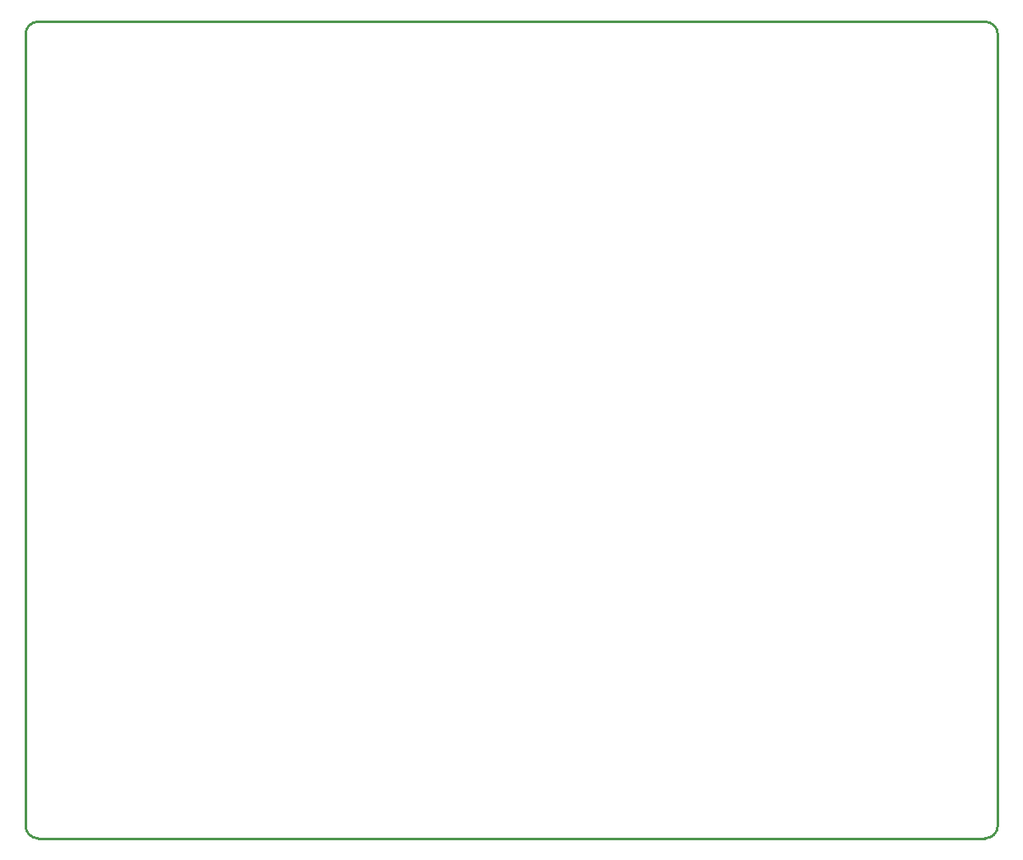
<source format=gm1>
G04*
G04 #@! TF.GenerationSoftware,Altium Limited,Altium Designer,23.4.1 (23)*
G04*
G04 Layer_Color=16711935*
%FSLAX44Y44*%
%MOMM*%
G71*
G04*
G04 #@! TF.SameCoordinates,0BEE9D39-8D09-447D-96B2-328BBDF68ADB*
G04*
G04*
G04 #@! TF.FilePolarity,Positive*
G04*
G01*
G75*
%ADD12C,0.2540*%
D12*
X12500Y840000D02*
G03*
X0Y827500I0J-12500D01*
G01*
X52Y12700D02*
G03*
X12752Y0I12700J0D01*
G01*
X987300Y0D02*
G03*
X1000000Y12700I0J12700D01*
G01*
Y827359D02*
G03*
X987359Y840000I-12641J0D01*
G01*
X52Y12700D02*
Y15200D01*
Y29780D01*
X0Y822500D02*
Y827300D01*
Y822500D02*
X52Y29780D01*
X12752Y0D02*
X27500D01*
X977681Y0D01*
X987300D01*
X1000000Y12700D02*
Y820000D01*
Y827359D01*
X12500Y840000D02*
X980000D01*
X987359D01*
M02*

</source>
